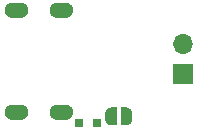
<source format=gbs>
G04 #@! TF.GenerationSoftware,KiCad,Pcbnew,(5.1.10)-1*
G04 #@! TF.CreationDate,2021-08-01T16:11:52+09:00*
G04 #@! TF.ProjectId,IP2721_15V,49503237-3231-45f3-9135-562e6b696361,rev?*
G04 #@! TF.SameCoordinates,Original*
G04 #@! TF.FileFunction,Soldermask,Bot*
G04 #@! TF.FilePolarity,Negative*
%FSLAX46Y46*%
G04 Gerber Fmt 4.6, Leading zero omitted, Abs format (unit mm)*
G04 Created by KiCad (PCBNEW (5.1.10)-1) date 2021-08-01 16:11:52*
%MOMM*%
%LPD*%
G01*
G04 APERTURE LIST*
%ADD10C,0.010000*%
%ADD11C,0.152400*%
%ADD12R,0.800000X0.750000*%
%ADD13O,1.700000X1.700000*%
%ADD14R,1.700000X1.700000*%
G04 APERTURE END LIST*
D10*
G36*
X137900000Y-75680000D02*
G01*
X137890000Y-75680000D01*
X137890000Y-76280000D01*
X137550000Y-76280000D01*
X137518598Y-76279178D01*
X137487283Y-76276713D01*
X137456139Y-76272613D01*
X137425253Y-76266889D01*
X137394709Y-76259555D01*
X137364590Y-76250634D01*
X137334979Y-76240148D01*
X137305958Y-76228127D01*
X137277606Y-76214604D01*
X137250000Y-76199615D01*
X137223217Y-76183202D01*
X137197329Y-76165410D01*
X137172408Y-76146288D01*
X137148522Y-76125887D01*
X137125736Y-76104264D01*
X137104113Y-76081478D01*
X137083712Y-76057592D01*
X137064590Y-76032671D01*
X137046798Y-76006783D01*
X137030385Y-75980000D01*
X137015396Y-75952394D01*
X137001873Y-75924042D01*
X136989852Y-75895021D01*
X136979366Y-75865410D01*
X136970445Y-75835291D01*
X136963111Y-75804747D01*
X136957387Y-75773861D01*
X136953287Y-75742717D01*
X136950822Y-75711402D01*
X136950000Y-75680000D01*
X136950822Y-75648598D01*
X136953287Y-75617283D01*
X136957387Y-75586139D01*
X136963111Y-75555253D01*
X136970445Y-75524709D01*
X136979366Y-75494590D01*
X136989852Y-75464979D01*
X137001873Y-75435958D01*
X137015396Y-75407606D01*
X137030385Y-75380000D01*
X137046798Y-75353217D01*
X137064590Y-75327329D01*
X137083712Y-75302408D01*
X137104113Y-75278522D01*
X137125736Y-75255736D01*
X137148522Y-75234113D01*
X137172408Y-75213712D01*
X137197329Y-75194590D01*
X137223217Y-75176798D01*
X137250000Y-75160385D01*
X137277606Y-75145396D01*
X137305958Y-75131873D01*
X137334979Y-75119852D01*
X137364590Y-75109366D01*
X137394709Y-75100445D01*
X137425253Y-75093111D01*
X137456139Y-75087387D01*
X137487283Y-75083287D01*
X137518598Y-75080822D01*
X137550000Y-75080000D01*
X138250000Y-75080000D01*
X138281402Y-75080822D01*
X138312717Y-75083287D01*
X138343861Y-75087387D01*
X138374747Y-75093111D01*
X138405291Y-75100445D01*
X138435410Y-75109366D01*
X138465021Y-75119852D01*
X138494042Y-75131873D01*
X138522394Y-75145396D01*
X138550000Y-75160385D01*
X138576783Y-75176798D01*
X138602671Y-75194590D01*
X138627592Y-75213712D01*
X138651478Y-75234113D01*
X138674264Y-75255736D01*
X138695887Y-75278522D01*
X138716288Y-75302408D01*
X138735410Y-75327329D01*
X138753202Y-75353217D01*
X138769615Y-75380000D01*
X138784604Y-75407606D01*
X138798127Y-75435958D01*
X138810148Y-75464979D01*
X138820634Y-75494590D01*
X138829555Y-75524709D01*
X138836889Y-75555253D01*
X138842613Y-75586139D01*
X138846713Y-75617283D01*
X138849178Y-75648598D01*
X138850000Y-75680000D01*
X138849178Y-75711402D01*
X138846713Y-75742717D01*
X138842613Y-75773861D01*
X138836889Y-75804747D01*
X138829555Y-75835291D01*
X138820634Y-75865410D01*
X138810148Y-75895021D01*
X138798127Y-75924042D01*
X138784604Y-75952394D01*
X138769615Y-75980000D01*
X138753202Y-76006783D01*
X138735410Y-76032671D01*
X138716288Y-76057592D01*
X138695887Y-76081478D01*
X138674264Y-76104264D01*
X138651478Y-76125887D01*
X138627592Y-76146288D01*
X138602671Y-76165410D01*
X138576783Y-76183202D01*
X138550000Y-76199615D01*
X138522394Y-76214604D01*
X138494042Y-76228127D01*
X138465021Y-76240148D01*
X138435410Y-76250634D01*
X138405291Y-76259555D01*
X138374747Y-76266889D01*
X138343861Y-76272613D01*
X138312717Y-76276713D01*
X138281402Y-76279178D01*
X138250000Y-76280000D01*
X137900000Y-76280000D01*
X137900000Y-75680000D01*
G37*
X137900000Y-75680000D02*
X137890000Y-75680000D01*
X137890000Y-76280000D01*
X137550000Y-76280000D01*
X137518598Y-76279178D01*
X137487283Y-76276713D01*
X137456139Y-76272613D01*
X137425253Y-76266889D01*
X137394709Y-76259555D01*
X137364590Y-76250634D01*
X137334979Y-76240148D01*
X137305958Y-76228127D01*
X137277606Y-76214604D01*
X137250000Y-76199615D01*
X137223217Y-76183202D01*
X137197329Y-76165410D01*
X137172408Y-76146288D01*
X137148522Y-76125887D01*
X137125736Y-76104264D01*
X137104113Y-76081478D01*
X137083712Y-76057592D01*
X137064590Y-76032671D01*
X137046798Y-76006783D01*
X137030385Y-75980000D01*
X137015396Y-75952394D01*
X137001873Y-75924042D01*
X136989852Y-75895021D01*
X136979366Y-75865410D01*
X136970445Y-75835291D01*
X136963111Y-75804747D01*
X136957387Y-75773861D01*
X136953287Y-75742717D01*
X136950822Y-75711402D01*
X136950000Y-75680000D01*
X136950822Y-75648598D01*
X136953287Y-75617283D01*
X136957387Y-75586139D01*
X136963111Y-75555253D01*
X136970445Y-75524709D01*
X136979366Y-75494590D01*
X136989852Y-75464979D01*
X137001873Y-75435958D01*
X137015396Y-75407606D01*
X137030385Y-75380000D01*
X137046798Y-75353217D01*
X137064590Y-75327329D01*
X137083712Y-75302408D01*
X137104113Y-75278522D01*
X137125736Y-75255736D01*
X137148522Y-75234113D01*
X137172408Y-75213712D01*
X137197329Y-75194590D01*
X137223217Y-75176798D01*
X137250000Y-75160385D01*
X137277606Y-75145396D01*
X137305958Y-75131873D01*
X137334979Y-75119852D01*
X137364590Y-75109366D01*
X137394709Y-75100445D01*
X137425253Y-75093111D01*
X137456139Y-75087387D01*
X137487283Y-75083287D01*
X137518598Y-75080822D01*
X137550000Y-75080000D01*
X138250000Y-75080000D01*
X138281402Y-75080822D01*
X138312717Y-75083287D01*
X138343861Y-75087387D01*
X138374747Y-75093111D01*
X138405291Y-75100445D01*
X138435410Y-75109366D01*
X138465021Y-75119852D01*
X138494042Y-75131873D01*
X138522394Y-75145396D01*
X138550000Y-75160385D01*
X138576783Y-75176798D01*
X138602671Y-75194590D01*
X138627592Y-75213712D01*
X138651478Y-75234113D01*
X138674264Y-75255736D01*
X138695887Y-75278522D01*
X138716288Y-75302408D01*
X138735410Y-75327329D01*
X138753202Y-75353217D01*
X138769615Y-75380000D01*
X138784604Y-75407606D01*
X138798127Y-75435958D01*
X138810148Y-75464979D01*
X138820634Y-75494590D01*
X138829555Y-75524709D01*
X138836889Y-75555253D01*
X138842613Y-75586139D01*
X138846713Y-75617283D01*
X138849178Y-75648598D01*
X138850000Y-75680000D01*
X138849178Y-75711402D01*
X138846713Y-75742717D01*
X138842613Y-75773861D01*
X138836889Y-75804747D01*
X138829555Y-75835291D01*
X138820634Y-75865410D01*
X138810148Y-75895021D01*
X138798127Y-75924042D01*
X138784604Y-75952394D01*
X138769615Y-75980000D01*
X138753202Y-76006783D01*
X138735410Y-76032671D01*
X138716288Y-76057592D01*
X138695887Y-76081478D01*
X138674264Y-76104264D01*
X138651478Y-76125887D01*
X138627592Y-76146288D01*
X138602671Y-76165410D01*
X138576783Y-76183202D01*
X138550000Y-76199615D01*
X138522394Y-76214604D01*
X138494042Y-76228127D01*
X138465021Y-76240148D01*
X138435410Y-76250634D01*
X138405291Y-76259555D01*
X138374747Y-76266889D01*
X138343861Y-76272613D01*
X138312717Y-76276713D01*
X138281402Y-76279178D01*
X138250000Y-76280000D01*
X137900000Y-76280000D01*
X137900000Y-75680000D01*
G36*
X137900000Y-84320000D02*
G01*
X137890000Y-84320000D01*
X137890000Y-84920000D01*
X137550000Y-84920000D01*
X137518598Y-84919178D01*
X137487283Y-84916713D01*
X137456139Y-84912613D01*
X137425253Y-84906889D01*
X137394709Y-84899555D01*
X137364590Y-84890634D01*
X137334979Y-84880148D01*
X137305958Y-84868127D01*
X137277606Y-84854604D01*
X137250000Y-84839615D01*
X137223217Y-84823202D01*
X137197329Y-84805410D01*
X137172408Y-84786288D01*
X137148522Y-84765887D01*
X137125736Y-84744264D01*
X137104113Y-84721478D01*
X137083712Y-84697592D01*
X137064590Y-84672671D01*
X137046798Y-84646783D01*
X137030385Y-84620000D01*
X137015396Y-84592394D01*
X137001873Y-84564042D01*
X136989852Y-84535021D01*
X136979366Y-84505410D01*
X136970445Y-84475291D01*
X136963111Y-84444747D01*
X136957387Y-84413861D01*
X136953287Y-84382717D01*
X136950822Y-84351402D01*
X136950000Y-84320000D01*
X136950822Y-84288598D01*
X136953287Y-84257283D01*
X136957387Y-84226139D01*
X136963111Y-84195253D01*
X136970445Y-84164709D01*
X136979366Y-84134590D01*
X136989852Y-84104979D01*
X137001873Y-84075958D01*
X137015396Y-84047606D01*
X137030385Y-84020000D01*
X137046798Y-83993217D01*
X137064590Y-83967329D01*
X137083712Y-83942408D01*
X137104113Y-83918522D01*
X137125736Y-83895736D01*
X137148522Y-83874113D01*
X137172408Y-83853712D01*
X137197329Y-83834590D01*
X137223217Y-83816798D01*
X137250000Y-83800385D01*
X137277606Y-83785396D01*
X137305958Y-83771873D01*
X137334979Y-83759852D01*
X137364590Y-83749366D01*
X137394709Y-83740445D01*
X137425253Y-83733111D01*
X137456139Y-83727387D01*
X137487283Y-83723287D01*
X137518598Y-83720822D01*
X137550000Y-83720000D01*
X138250000Y-83720000D01*
X138281402Y-83720822D01*
X138312717Y-83723287D01*
X138343861Y-83727387D01*
X138374747Y-83733111D01*
X138405291Y-83740445D01*
X138435410Y-83749366D01*
X138465021Y-83759852D01*
X138494042Y-83771873D01*
X138522394Y-83785396D01*
X138550000Y-83800385D01*
X138576783Y-83816798D01*
X138602671Y-83834590D01*
X138627592Y-83853712D01*
X138651478Y-83874113D01*
X138674264Y-83895736D01*
X138695887Y-83918522D01*
X138716288Y-83942408D01*
X138735410Y-83967329D01*
X138753202Y-83993217D01*
X138769615Y-84020000D01*
X138784604Y-84047606D01*
X138798127Y-84075958D01*
X138810148Y-84104979D01*
X138820634Y-84134590D01*
X138829555Y-84164709D01*
X138836889Y-84195253D01*
X138842613Y-84226139D01*
X138846713Y-84257283D01*
X138849178Y-84288598D01*
X138850000Y-84320000D01*
X138849178Y-84351402D01*
X138846713Y-84382717D01*
X138842613Y-84413861D01*
X138836889Y-84444747D01*
X138829555Y-84475291D01*
X138820634Y-84505410D01*
X138810148Y-84535021D01*
X138798127Y-84564042D01*
X138784604Y-84592394D01*
X138769615Y-84620000D01*
X138753202Y-84646783D01*
X138735410Y-84672671D01*
X138716288Y-84697592D01*
X138695887Y-84721478D01*
X138674264Y-84744264D01*
X138651478Y-84765887D01*
X138627592Y-84786288D01*
X138602671Y-84805410D01*
X138576783Y-84823202D01*
X138550000Y-84839615D01*
X138522394Y-84854604D01*
X138494042Y-84868127D01*
X138465021Y-84880148D01*
X138435410Y-84890634D01*
X138405291Y-84899555D01*
X138374747Y-84906889D01*
X138343861Y-84912613D01*
X138312717Y-84916713D01*
X138281402Y-84919178D01*
X138250000Y-84920000D01*
X137900000Y-84920000D01*
X137900000Y-84320000D01*
G37*
X137900000Y-84320000D02*
X137890000Y-84320000D01*
X137890000Y-84920000D01*
X137550000Y-84920000D01*
X137518598Y-84919178D01*
X137487283Y-84916713D01*
X137456139Y-84912613D01*
X137425253Y-84906889D01*
X137394709Y-84899555D01*
X137364590Y-84890634D01*
X137334979Y-84880148D01*
X137305958Y-84868127D01*
X137277606Y-84854604D01*
X137250000Y-84839615D01*
X137223217Y-84823202D01*
X137197329Y-84805410D01*
X137172408Y-84786288D01*
X137148522Y-84765887D01*
X137125736Y-84744264D01*
X137104113Y-84721478D01*
X137083712Y-84697592D01*
X137064590Y-84672671D01*
X137046798Y-84646783D01*
X137030385Y-84620000D01*
X137015396Y-84592394D01*
X137001873Y-84564042D01*
X136989852Y-84535021D01*
X136979366Y-84505410D01*
X136970445Y-84475291D01*
X136963111Y-84444747D01*
X136957387Y-84413861D01*
X136953287Y-84382717D01*
X136950822Y-84351402D01*
X136950000Y-84320000D01*
X136950822Y-84288598D01*
X136953287Y-84257283D01*
X136957387Y-84226139D01*
X136963111Y-84195253D01*
X136970445Y-84164709D01*
X136979366Y-84134590D01*
X136989852Y-84104979D01*
X137001873Y-84075958D01*
X137015396Y-84047606D01*
X137030385Y-84020000D01*
X137046798Y-83993217D01*
X137064590Y-83967329D01*
X137083712Y-83942408D01*
X137104113Y-83918522D01*
X137125736Y-83895736D01*
X137148522Y-83874113D01*
X137172408Y-83853712D01*
X137197329Y-83834590D01*
X137223217Y-83816798D01*
X137250000Y-83800385D01*
X137277606Y-83785396D01*
X137305958Y-83771873D01*
X137334979Y-83759852D01*
X137364590Y-83749366D01*
X137394709Y-83740445D01*
X137425253Y-83733111D01*
X137456139Y-83727387D01*
X137487283Y-83723287D01*
X137518598Y-83720822D01*
X137550000Y-83720000D01*
X138250000Y-83720000D01*
X138281402Y-83720822D01*
X138312717Y-83723287D01*
X138343861Y-83727387D01*
X138374747Y-83733111D01*
X138405291Y-83740445D01*
X138435410Y-83749366D01*
X138465021Y-83759852D01*
X138494042Y-83771873D01*
X138522394Y-83785396D01*
X138550000Y-83800385D01*
X138576783Y-83816798D01*
X138602671Y-83834590D01*
X138627592Y-83853712D01*
X138651478Y-83874113D01*
X138674264Y-83895736D01*
X138695887Y-83918522D01*
X138716288Y-83942408D01*
X138735410Y-83967329D01*
X138753202Y-83993217D01*
X138769615Y-84020000D01*
X138784604Y-84047606D01*
X138798127Y-84075958D01*
X138810148Y-84104979D01*
X138820634Y-84134590D01*
X138829555Y-84164709D01*
X138836889Y-84195253D01*
X138842613Y-84226139D01*
X138846713Y-84257283D01*
X138849178Y-84288598D01*
X138850000Y-84320000D01*
X138849178Y-84351402D01*
X138846713Y-84382717D01*
X138842613Y-84413861D01*
X138836889Y-84444747D01*
X138829555Y-84475291D01*
X138820634Y-84505410D01*
X138810148Y-84535021D01*
X138798127Y-84564042D01*
X138784604Y-84592394D01*
X138769615Y-84620000D01*
X138753202Y-84646783D01*
X138735410Y-84672671D01*
X138716288Y-84697592D01*
X138695887Y-84721478D01*
X138674264Y-84744264D01*
X138651478Y-84765887D01*
X138627592Y-84786288D01*
X138602671Y-84805410D01*
X138576783Y-84823202D01*
X138550000Y-84839615D01*
X138522394Y-84854604D01*
X138494042Y-84868127D01*
X138465021Y-84880148D01*
X138435410Y-84890634D01*
X138405291Y-84899555D01*
X138374747Y-84906889D01*
X138343861Y-84912613D01*
X138312717Y-84916713D01*
X138281402Y-84919178D01*
X138250000Y-84920000D01*
X137900000Y-84920000D01*
X137900000Y-84320000D01*
G36*
X134100000Y-75680000D02*
G01*
X134090000Y-75680000D01*
X134090000Y-76280000D01*
X133750000Y-76280000D01*
X133718598Y-76279178D01*
X133687283Y-76276713D01*
X133656139Y-76272613D01*
X133625253Y-76266889D01*
X133594709Y-76259555D01*
X133564590Y-76250634D01*
X133534979Y-76240148D01*
X133505958Y-76228127D01*
X133477606Y-76214604D01*
X133450000Y-76199615D01*
X133423217Y-76183202D01*
X133397329Y-76165410D01*
X133372408Y-76146288D01*
X133348522Y-76125887D01*
X133325736Y-76104264D01*
X133304113Y-76081478D01*
X133283712Y-76057592D01*
X133264590Y-76032671D01*
X133246798Y-76006783D01*
X133230385Y-75980000D01*
X133215396Y-75952394D01*
X133201873Y-75924042D01*
X133189852Y-75895021D01*
X133179366Y-75865410D01*
X133170445Y-75835291D01*
X133163111Y-75804747D01*
X133157387Y-75773861D01*
X133153287Y-75742717D01*
X133150822Y-75711402D01*
X133150000Y-75680000D01*
X133150822Y-75648598D01*
X133153287Y-75617283D01*
X133157387Y-75586139D01*
X133163111Y-75555253D01*
X133170445Y-75524709D01*
X133179366Y-75494590D01*
X133189852Y-75464979D01*
X133201873Y-75435958D01*
X133215396Y-75407606D01*
X133230385Y-75380000D01*
X133246798Y-75353217D01*
X133264590Y-75327329D01*
X133283712Y-75302408D01*
X133304113Y-75278522D01*
X133325736Y-75255736D01*
X133348522Y-75234113D01*
X133372408Y-75213712D01*
X133397329Y-75194590D01*
X133423217Y-75176798D01*
X133450000Y-75160385D01*
X133477606Y-75145396D01*
X133505958Y-75131873D01*
X133534979Y-75119852D01*
X133564590Y-75109366D01*
X133594709Y-75100445D01*
X133625253Y-75093111D01*
X133656139Y-75087387D01*
X133687283Y-75083287D01*
X133718598Y-75080822D01*
X133750000Y-75080000D01*
X134450000Y-75080000D01*
X134481402Y-75080822D01*
X134512717Y-75083287D01*
X134543861Y-75087387D01*
X134574747Y-75093111D01*
X134605291Y-75100445D01*
X134635410Y-75109366D01*
X134665021Y-75119852D01*
X134694042Y-75131873D01*
X134722394Y-75145396D01*
X134750000Y-75160385D01*
X134776783Y-75176798D01*
X134802671Y-75194590D01*
X134827592Y-75213712D01*
X134851478Y-75234113D01*
X134874264Y-75255736D01*
X134895887Y-75278522D01*
X134916288Y-75302408D01*
X134935410Y-75327329D01*
X134953202Y-75353217D01*
X134969615Y-75380000D01*
X134984604Y-75407606D01*
X134998127Y-75435958D01*
X135010148Y-75464979D01*
X135020634Y-75494590D01*
X135029555Y-75524709D01*
X135036889Y-75555253D01*
X135042613Y-75586139D01*
X135046713Y-75617283D01*
X135049178Y-75648598D01*
X135050000Y-75680000D01*
X135049178Y-75711402D01*
X135046713Y-75742717D01*
X135042613Y-75773861D01*
X135036889Y-75804747D01*
X135029555Y-75835291D01*
X135020634Y-75865410D01*
X135010148Y-75895021D01*
X134998127Y-75924042D01*
X134984604Y-75952394D01*
X134969615Y-75980000D01*
X134953202Y-76006783D01*
X134935410Y-76032671D01*
X134916288Y-76057592D01*
X134895887Y-76081478D01*
X134874264Y-76104264D01*
X134851478Y-76125887D01*
X134827592Y-76146288D01*
X134802671Y-76165410D01*
X134776783Y-76183202D01*
X134750000Y-76199615D01*
X134722394Y-76214604D01*
X134694042Y-76228127D01*
X134665021Y-76240148D01*
X134635410Y-76250634D01*
X134605291Y-76259555D01*
X134574747Y-76266889D01*
X134543861Y-76272613D01*
X134512717Y-76276713D01*
X134481402Y-76279178D01*
X134450000Y-76280000D01*
X134100000Y-76280000D01*
X134100000Y-75680000D01*
G37*
X134100000Y-75680000D02*
X134090000Y-75680000D01*
X134090000Y-76280000D01*
X133750000Y-76280000D01*
X133718598Y-76279178D01*
X133687283Y-76276713D01*
X133656139Y-76272613D01*
X133625253Y-76266889D01*
X133594709Y-76259555D01*
X133564590Y-76250634D01*
X133534979Y-76240148D01*
X133505958Y-76228127D01*
X133477606Y-76214604D01*
X133450000Y-76199615D01*
X133423217Y-76183202D01*
X133397329Y-76165410D01*
X133372408Y-76146288D01*
X133348522Y-76125887D01*
X133325736Y-76104264D01*
X133304113Y-76081478D01*
X133283712Y-76057592D01*
X133264590Y-76032671D01*
X133246798Y-76006783D01*
X133230385Y-75980000D01*
X133215396Y-75952394D01*
X133201873Y-75924042D01*
X133189852Y-75895021D01*
X133179366Y-75865410D01*
X133170445Y-75835291D01*
X133163111Y-75804747D01*
X133157387Y-75773861D01*
X133153287Y-75742717D01*
X133150822Y-75711402D01*
X133150000Y-75680000D01*
X133150822Y-75648598D01*
X133153287Y-75617283D01*
X133157387Y-75586139D01*
X133163111Y-75555253D01*
X133170445Y-75524709D01*
X133179366Y-75494590D01*
X133189852Y-75464979D01*
X133201873Y-75435958D01*
X133215396Y-75407606D01*
X133230385Y-75380000D01*
X133246798Y-75353217D01*
X133264590Y-75327329D01*
X133283712Y-75302408D01*
X133304113Y-75278522D01*
X133325736Y-75255736D01*
X133348522Y-75234113D01*
X133372408Y-75213712D01*
X133397329Y-75194590D01*
X133423217Y-75176798D01*
X133450000Y-75160385D01*
X133477606Y-75145396D01*
X133505958Y-75131873D01*
X133534979Y-75119852D01*
X133564590Y-75109366D01*
X133594709Y-75100445D01*
X133625253Y-75093111D01*
X133656139Y-75087387D01*
X133687283Y-75083287D01*
X133718598Y-75080822D01*
X133750000Y-75080000D01*
X134450000Y-75080000D01*
X134481402Y-75080822D01*
X134512717Y-75083287D01*
X134543861Y-75087387D01*
X134574747Y-75093111D01*
X134605291Y-75100445D01*
X134635410Y-75109366D01*
X134665021Y-75119852D01*
X134694042Y-75131873D01*
X134722394Y-75145396D01*
X134750000Y-75160385D01*
X134776783Y-75176798D01*
X134802671Y-75194590D01*
X134827592Y-75213712D01*
X134851478Y-75234113D01*
X134874264Y-75255736D01*
X134895887Y-75278522D01*
X134916288Y-75302408D01*
X134935410Y-75327329D01*
X134953202Y-75353217D01*
X134969615Y-75380000D01*
X134984604Y-75407606D01*
X134998127Y-75435958D01*
X135010148Y-75464979D01*
X135020634Y-75494590D01*
X135029555Y-75524709D01*
X135036889Y-75555253D01*
X135042613Y-75586139D01*
X135046713Y-75617283D01*
X135049178Y-75648598D01*
X135050000Y-75680000D01*
X135049178Y-75711402D01*
X135046713Y-75742717D01*
X135042613Y-75773861D01*
X135036889Y-75804747D01*
X135029555Y-75835291D01*
X135020634Y-75865410D01*
X135010148Y-75895021D01*
X134998127Y-75924042D01*
X134984604Y-75952394D01*
X134969615Y-75980000D01*
X134953202Y-76006783D01*
X134935410Y-76032671D01*
X134916288Y-76057592D01*
X134895887Y-76081478D01*
X134874264Y-76104264D01*
X134851478Y-76125887D01*
X134827592Y-76146288D01*
X134802671Y-76165410D01*
X134776783Y-76183202D01*
X134750000Y-76199615D01*
X134722394Y-76214604D01*
X134694042Y-76228127D01*
X134665021Y-76240148D01*
X134635410Y-76250634D01*
X134605291Y-76259555D01*
X134574747Y-76266889D01*
X134543861Y-76272613D01*
X134512717Y-76276713D01*
X134481402Y-76279178D01*
X134450000Y-76280000D01*
X134100000Y-76280000D01*
X134100000Y-75680000D01*
G36*
X134100000Y-84320000D02*
G01*
X134090000Y-84320000D01*
X134090000Y-84920000D01*
X133750000Y-84920000D01*
X133718598Y-84919178D01*
X133687283Y-84916713D01*
X133656139Y-84912613D01*
X133625253Y-84906889D01*
X133594709Y-84899555D01*
X133564590Y-84890634D01*
X133534979Y-84880148D01*
X133505958Y-84868127D01*
X133477606Y-84854604D01*
X133450000Y-84839615D01*
X133423217Y-84823202D01*
X133397329Y-84805410D01*
X133372408Y-84786288D01*
X133348522Y-84765887D01*
X133325736Y-84744264D01*
X133304113Y-84721478D01*
X133283712Y-84697592D01*
X133264590Y-84672671D01*
X133246798Y-84646783D01*
X133230385Y-84620000D01*
X133215396Y-84592394D01*
X133201873Y-84564042D01*
X133189852Y-84535021D01*
X133179366Y-84505410D01*
X133170445Y-84475291D01*
X133163111Y-84444747D01*
X133157387Y-84413861D01*
X133153287Y-84382717D01*
X133150822Y-84351402D01*
X133150000Y-84320000D01*
X133150822Y-84288598D01*
X133153287Y-84257283D01*
X133157387Y-84226139D01*
X133163111Y-84195253D01*
X133170445Y-84164709D01*
X133179366Y-84134590D01*
X133189852Y-84104979D01*
X133201873Y-84075958D01*
X133215396Y-84047606D01*
X133230385Y-84020000D01*
X133246798Y-83993217D01*
X133264590Y-83967329D01*
X133283712Y-83942408D01*
X133304113Y-83918522D01*
X133325736Y-83895736D01*
X133348522Y-83874113D01*
X133372408Y-83853712D01*
X133397329Y-83834590D01*
X133423217Y-83816798D01*
X133450000Y-83800385D01*
X133477606Y-83785396D01*
X133505958Y-83771873D01*
X133534979Y-83759852D01*
X133564590Y-83749366D01*
X133594709Y-83740445D01*
X133625253Y-83733111D01*
X133656139Y-83727387D01*
X133687283Y-83723287D01*
X133718598Y-83720822D01*
X133750000Y-83720000D01*
X134450000Y-83720000D01*
X134481402Y-83720822D01*
X134512717Y-83723287D01*
X134543861Y-83727387D01*
X134574747Y-83733111D01*
X134605291Y-83740445D01*
X134635410Y-83749366D01*
X134665021Y-83759852D01*
X134694042Y-83771873D01*
X134722394Y-83785396D01*
X134750000Y-83800385D01*
X134776783Y-83816798D01*
X134802671Y-83834590D01*
X134827592Y-83853712D01*
X134851478Y-83874113D01*
X134874264Y-83895736D01*
X134895887Y-83918522D01*
X134916288Y-83942408D01*
X134935410Y-83967329D01*
X134953202Y-83993217D01*
X134969615Y-84020000D01*
X134984604Y-84047606D01*
X134998127Y-84075958D01*
X135010148Y-84104979D01*
X135020634Y-84134590D01*
X135029555Y-84164709D01*
X135036889Y-84195253D01*
X135042613Y-84226139D01*
X135046713Y-84257283D01*
X135049178Y-84288598D01*
X135050000Y-84320000D01*
X135049178Y-84351402D01*
X135046713Y-84382717D01*
X135042613Y-84413861D01*
X135036889Y-84444747D01*
X135029555Y-84475291D01*
X135020634Y-84505410D01*
X135010148Y-84535021D01*
X134998127Y-84564042D01*
X134984604Y-84592394D01*
X134969615Y-84620000D01*
X134953202Y-84646783D01*
X134935410Y-84672671D01*
X134916288Y-84697592D01*
X134895887Y-84721478D01*
X134874264Y-84744264D01*
X134851478Y-84765887D01*
X134827592Y-84786288D01*
X134802671Y-84805410D01*
X134776783Y-84823202D01*
X134750000Y-84839615D01*
X134722394Y-84854604D01*
X134694042Y-84868127D01*
X134665021Y-84880148D01*
X134635410Y-84890634D01*
X134605291Y-84899555D01*
X134574747Y-84906889D01*
X134543861Y-84912613D01*
X134512717Y-84916713D01*
X134481402Y-84919178D01*
X134450000Y-84920000D01*
X134100000Y-84920000D01*
X134100000Y-84320000D01*
G37*
X134100000Y-84320000D02*
X134090000Y-84320000D01*
X134090000Y-84920000D01*
X133750000Y-84920000D01*
X133718598Y-84919178D01*
X133687283Y-84916713D01*
X133656139Y-84912613D01*
X133625253Y-84906889D01*
X133594709Y-84899555D01*
X133564590Y-84890634D01*
X133534979Y-84880148D01*
X133505958Y-84868127D01*
X133477606Y-84854604D01*
X133450000Y-84839615D01*
X133423217Y-84823202D01*
X133397329Y-84805410D01*
X133372408Y-84786288D01*
X133348522Y-84765887D01*
X133325736Y-84744264D01*
X133304113Y-84721478D01*
X133283712Y-84697592D01*
X133264590Y-84672671D01*
X133246798Y-84646783D01*
X133230385Y-84620000D01*
X133215396Y-84592394D01*
X133201873Y-84564042D01*
X133189852Y-84535021D01*
X133179366Y-84505410D01*
X133170445Y-84475291D01*
X133163111Y-84444747D01*
X133157387Y-84413861D01*
X133153287Y-84382717D01*
X133150822Y-84351402D01*
X133150000Y-84320000D01*
X133150822Y-84288598D01*
X133153287Y-84257283D01*
X133157387Y-84226139D01*
X133163111Y-84195253D01*
X133170445Y-84164709D01*
X133179366Y-84134590D01*
X133189852Y-84104979D01*
X133201873Y-84075958D01*
X133215396Y-84047606D01*
X133230385Y-84020000D01*
X133246798Y-83993217D01*
X133264590Y-83967329D01*
X133283712Y-83942408D01*
X133304113Y-83918522D01*
X133325736Y-83895736D01*
X133348522Y-83874113D01*
X133372408Y-83853712D01*
X133397329Y-83834590D01*
X133423217Y-83816798D01*
X133450000Y-83800385D01*
X133477606Y-83785396D01*
X133505958Y-83771873D01*
X133534979Y-83759852D01*
X133564590Y-83749366D01*
X133594709Y-83740445D01*
X133625253Y-83733111D01*
X133656139Y-83727387D01*
X133687283Y-83723287D01*
X133718598Y-83720822D01*
X133750000Y-83720000D01*
X134450000Y-83720000D01*
X134481402Y-83720822D01*
X134512717Y-83723287D01*
X134543861Y-83727387D01*
X134574747Y-83733111D01*
X134605291Y-83740445D01*
X134635410Y-83749366D01*
X134665021Y-83759852D01*
X134694042Y-83771873D01*
X134722394Y-83785396D01*
X134750000Y-83800385D01*
X134776783Y-83816798D01*
X134802671Y-83834590D01*
X134827592Y-83853712D01*
X134851478Y-83874113D01*
X134874264Y-83895736D01*
X134895887Y-83918522D01*
X134916288Y-83942408D01*
X134935410Y-83967329D01*
X134953202Y-83993217D01*
X134969615Y-84020000D01*
X134984604Y-84047606D01*
X134998127Y-84075958D01*
X135010148Y-84104979D01*
X135020634Y-84134590D01*
X135029555Y-84164709D01*
X135036889Y-84195253D01*
X135042613Y-84226139D01*
X135046713Y-84257283D01*
X135049178Y-84288598D01*
X135050000Y-84320000D01*
X135049178Y-84351402D01*
X135046713Y-84382717D01*
X135042613Y-84413861D01*
X135036889Y-84444747D01*
X135029555Y-84475291D01*
X135020634Y-84505410D01*
X135010148Y-84535021D01*
X134998127Y-84564042D01*
X134984604Y-84592394D01*
X134969615Y-84620000D01*
X134953202Y-84646783D01*
X134935410Y-84672671D01*
X134916288Y-84697592D01*
X134895887Y-84721478D01*
X134874264Y-84744264D01*
X134851478Y-84765887D01*
X134827592Y-84786288D01*
X134802671Y-84805410D01*
X134776783Y-84823202D01*
X134750000Y-84839615D01*
X134722394Y-84854604D01*
X134694042Y-84868127D01*
X134665021Y-84880148D01*
X134635410Y-84890634D01*
X134605291Y-84899555D01*
X134574747Y-84906889D01*
X134543861Y-84912613D01*
X134512717Y-84916713D01*
X134481402Y-84919178D01*
X134450000Y-84920000D01*
X134100000Y-84920000D01*
X134100000Y-84320000D01*
D11*
G36*
X143450000Y-83950602D02*
G01*
X143474534Y-83950602D01*
X143523365Y-83955412D01*
X143571490Y-83964984D01*
X143618445Y-83979228D01*
X143663778Y-83998005D01*
X143707051Y-84021136D01*
X143747850Y-84048396D01*
X143785779Y-84079524D01*
X143820476Y-84114221D01*
X143851604Y-84152150D01*
X143878864Y-84192949D01*
X143901995Y-84236222D01*
X143920772Y-84281555D01*
X143935016Y-84328510D01*
X143944588Y-84376635D01*
X143949398Y-84425466D01*
X143949398Y-84450000D01*
X143950000Y-84450000D01*
X143950000Y-84950000D01*
X143949398Y-84950000D01*
X143949398Y-84974534D01*
X143944588Y-85023365D01*
X143935016Y-85071490D01*
X143920772Y-85118445D01*
X143901995Y-85163778D01*
X143878864Y-85207051D01*
X143851604Y-85247850D01*
X143820476Y-85285779D01*
X143785779Y-85320476D01*
X143747850Y-85351604D01*
X143707051Y-85378864D01*
X143663778Y-85401995D01*
X143618445Y-85420772D01*
X143571490Y-85435016D01*
X143523365Y-85444588D01*
X143474534Y-85449398D01*
X143450000Y-85449398D01*
X143450000Y-85450000D01*
X142950000Y-85450000D01*
X142950000Y-83950000D01*
X143450000Y-83950000D01*
X143450000Y-83950602D01*
G37*
G36*
X142650000Y-85450000D02*
G01*
X142150000Y-85450000D01*
X142150000Y-85449398D01*
X142125466Y-85449398D01*
X142076635Y-85444588D01*
X142028510Y-85435016D01*
X141981555Y-85420772D01*
X141936222Y-85401995D01*
X141892949Y-85378864D01*
X141852150Y-85351604D01*
X141814221Y-85320476D01*
X141779524Y-85285779D01*
X141748396Y-85247850D01*
X141721136Y-85207051D01*
X141698005Y-85163778D01*
X141679228Y-85118445D01*
X141664984Y-85071490D01*
X141655412Y-85023365D01*
X141650602Y-84974534D01*
X141650602Y-84950000D01*
X141650000Y-84950000D01*
X141650000Y-84450000D01*
X141650602Y-84450000D01*
X141650602Y-84425466D01*
X141655412Y-84376635D01*
X141664984Y-84328510D01*
X141679228Y-84281555D01*
X141698005Y-84236222D01*
X141721136Y-84192949D01*
X141748396Y-84152150D01*
X141779524Y-84114221D01*
X141814221Y-84079524D01*
X141852150Y-84048396D01*
X141892949Y-84021136D01*
X141936222Y-83998005D01*
X141981555Y-83979228D01*
X142028510Y-83964984D01*
X142076635Y-83955412D01*
X142125466Y-83950602D01*
X142150000Y-83950602D01*
X142150000Y-83950000D01*
X142650000Y-83950000D01*
X142650000Y-85450000D01*
G37*
D12*
X140950000Y-85300000D03*
X139450000Y-85300000D03*
D13*
X148200000Y-78560000D03*
D14*
X148200000Y-81100000D03*
M02*

</source>
